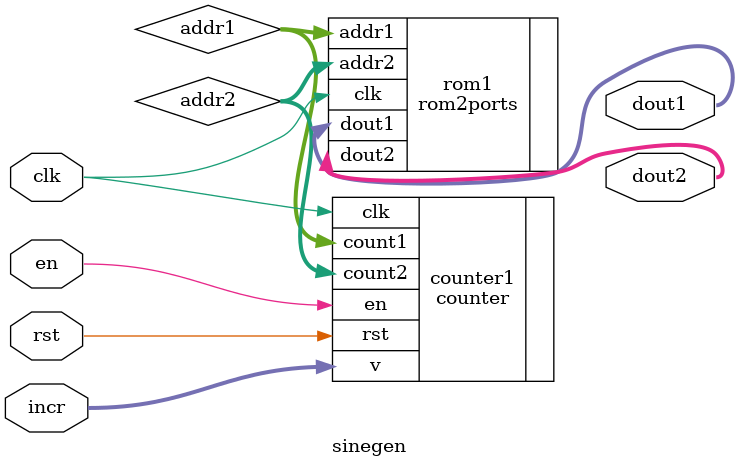
<source format=sv>
module sinegen # (
    parameter A_WIDTH = 8,
              D_WIDTH = 8
)(
    input logic       clk,
    input logic       rst,
    input logic       en,

    input logic [D_WIDTH-1:0] incr,
    output logic [D_WIDTH-1:0] dout1,
    output logic [D_WIDTH-1:0] dout2,
);

logic [A_WIDTH-1:0] addr1;
logic [A_WIDTH-1:0] addr2;

counter  counter1(
    // interface signals
    .clk(clk),// clock
    .rst(rst),// rst
    .en(en),// load counter from data
    .v(incr), // value to preload
    .count1(addr1),
    .count2(addr2)
);

rom2ports rom1(
    .clk(clk),
    .addr1(addr1),
    .addr2(addr2),
    .dout1(dout1),
    .dout2(dout2)
);


endmodule

</source>
